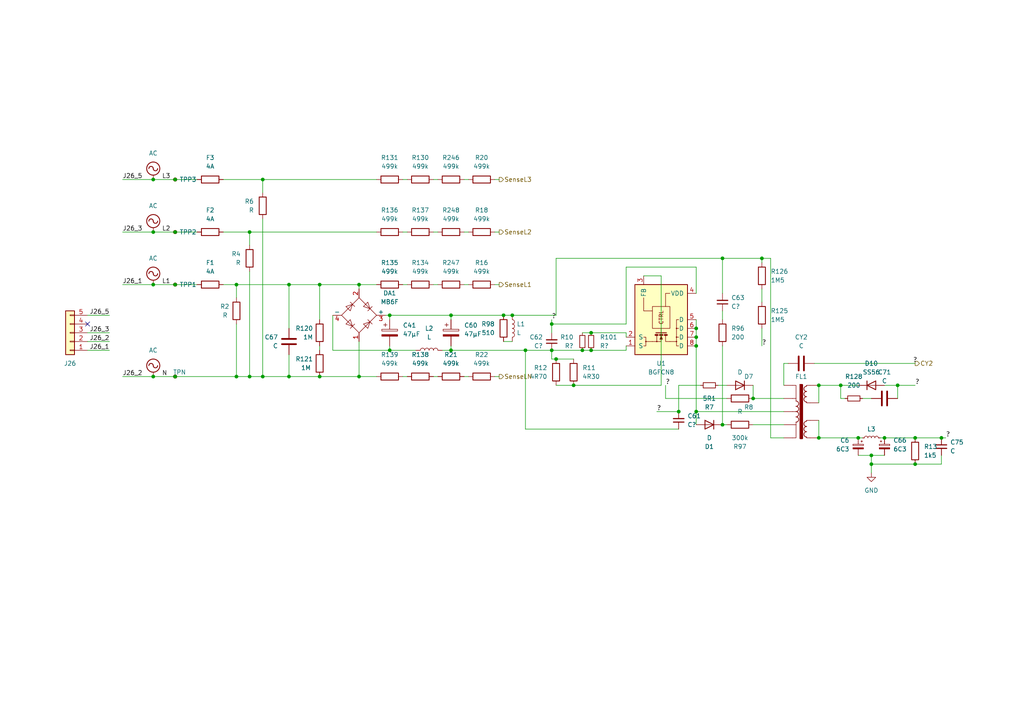
<source format=kicad_sch>
(kicad_sch (version 20231120) (generator "eeschema") (generator_version "8.0")
  (paper "A4")
  (lib_symbols
    (symbol "Connector:TestPoint_Small" (pin_numbers hide) (pin_names (offset 0.762) hide)
      (property "Reference" "TP" (at 0 3.81 0))
      (property "Value" "TestPoint_Small" (at 0 2.032 0))
      (symbol "TestPoint_Small_0_1"
        (circle (center 0 0) (radius 0.508))
      )
      (symbol "TestPoint_Small_1_1"
        (pin passive line (at 0 0 90) (length 0) (name "1") (number "1"))
      )
    )
    (symbol "Connector_Generic:Conn_01x05" (pin_names (offset 1.016) hide)
      (property "Reference" "J" (at 0 7.62 0))
      (property "Value" "Conn_01x05" (at 0 -7.62 0))
      (symbol "Conn_01x05_1_1"
        (rectangle (start -1.27 -4.953) (end 0 -5.207) (stroke (width 0.1524)))
        (rectangle (start -1.27 -2.413) (end 0 -2.667) (stroke (width 0.1524)))
        (rectangle (start -1.27 0.127) (end 0 -0.127) (stroke (width 0.1524)))
        (rectangle (start -1.27 2.667) (end 0 2.413) (stroke (width 0.1524)))
        (rectangle (start -1.27 5.207) (end 0 4.953) (stroke (width 0.1524)))
        (rectangle (start -1.27 6.35) (end 1.27 -6.35) (stroke (width 0.254)) (fill (type background)))
        (pin passive line (at -5.08 5.08 0) (length 3.81) (name "Pin_1") (number "1"))
        (pin passive line (at -5.08 2.54 0) (length 3.81) (name "Pin_2") (number "2"))
        (pin passive line (at -5.08 0 0) (length 3.81) (name "Pin_3") (number "3"))
        (pin passive line (at -5.08 -2.54 0) (length 3.81) (name "Pin_4") (number "4"))
        (pin passive line (at -5.08 -5.08 0) (length 3.81) (name "Pin_5") (number "5"))
      )
    )
    (symbol "Device:C" (pin_numbers hide) (pin_names (offset 0.254))
      (property "Reference" "C" (at 0.635 2.54 0))
      (property "Value" "C" (at 0.635 -2.54 0))
      (symbol "C_0_1"
        (polyline (pts (xy -2.032 -0.762) (xy 2.032 -0.762)) (stroke (width 0.508)))
        (polyline (pts (xy -2.032 0.762) (xy 2.032 0.762)) (stroke (width 0.508)))
      )
      (symbol "C_1_1"
        (pin passive line (at 0 3.81 270) (length 2.794) (name "~") (number "1"))
        (pin passive line (at 0 -3.81 90) (length 2.794) (name "~") (number "2"))
      )
    )
    (symbol "Device:C_Polarized" (pin_numbers hide) (pin_names (offset 0.254))
      (property "Reference" "C" (at 0.635 2.54 0))
      (property "Value" "C_Polarized" (at 0.635 -2.54 0))
      (symbol "C_Polarized_0_1"
        (rectangle (start -2.286 0.508) (end 2.286 1.016))
        (polyline (pts (xy -1.778 2.286) (xy -0.762 2.286)))
        (polyline (pts (xy -1.27 2.794) (xy -1.27 1.778)))
        (rectangle (start 2.286 -0.508) (end -2.286 -1.016) (fill (type outline)))
      )
      (symbol "C_Polarized_1_1"
        (pin passive line (at 0 3.81 270) (length 2.794) (name "~") (number "1"))
        (pin passive line (at 0 -3.81 90) (length 2.794) (name "~") (number "2"))
      )
    )
    (symbol "Device:C_Polarized_Small" (pin_numbers hide) (pin_names (offset 0.254) hide)
      (property "Reference" "C" (at 0.254 1.778 0))
      (property "Value" "C_Polarized_Small" (at 0.254 -2.032 0))
      (symbol "C_Polarized_Small_0_1"
        (rectangle (start -1.524 -0.3048) (end 1.524 -0.6858) (fill (type outline)))
        (rectangle (start -1.524 0.6858) (end 1.524 0.3048))
        (polyline (pts (xy -1.27 1.524) (xy -0.762 1.524)))
        (polyline (pts (xy -1.016 1.27) (xy -1.016 1.778)))
      )
      (symbol "C_Polarized_Small_1_1"
        (pin passive line (at 0 2.54 270) (length 1.8542) (name "~") (number "1"))
        (pin passive line (at 0 -2.54 90) (length 1.8542) (name "~") (number "2"))
      )
    )
    (symbol "Device:C_Small" (pin_numbers hide) (pin_names (offset 0.254) hide)
      (property "Reference" "C" (at 0.254 1.778 0))
      (property "Value" "C_Small" (at 0.254 -2.032 0))
      (symbol "C_Small_0_1"
        (polyline (pts (xy -1.524 -0.508) (xy 1.524 -0.508)) (stroke (width 0.3302)))
        (polyline (pts (xy -1.524 0.508) (xy 1.524 0.508)) (stroke (width 0.3048)))
      )
      (symbol "C_Small_1_1"
        (pin passive line (at 0 2.54 270) (length 2.032) (name "~") (number "1"))
        (pin passive line (at 0 -2.54 90) (length 2.032) (name "~") (number "2"))
      )
    )
    (symbol "Device:D" (pin_numbers hide) (pin_names (offset 1.016) hide)
      (property "Reference" "D" (at 0 2.54 0))
      (property "Value" "D" (at 0 -2.54 0))
      (symbol "D_0_1"
        (polyline (pts (xy -1.27 1.27) (xy -1.27 -1.27)) (stroke (width 0.254)))
        (polyline (pts (xy 1.27 0) (xy -1.27 0)))
        (polyline (pts (xy 1.27 1.27) (xy 1.27 -1.27) (xy -1.27 0) (xy 1.27 1.27)) (stroke (width 0.254)))
      )
      (symbol "D_1_1"
        (pin passive line (at -3.81 0 0) (length 2.54) (name "K") (number "1"))
        (pin passive line (at 3.81 0 180) (length 2.54) (name "A") (number "2"))
      )
    )
    (symbol "Device:L" (pin_numbers hide) (pin_names (offset 1.016) hide)
      (property "Reference" "L" (at -1.27 0 90))
      (property "Value" "L" (at 1.905 0 90))
      (symbol "L_0_1"
        (arc (start 0 -2.54) (mid 0.6323 -1.905) (end 0 -1.27))
        (arc (start 0 -1.27) (mid 0.6323 -0.635) (end 0 0))
        (arc (start 0 0) (mid 0.6323 0.635) (end 0 1.27))
        (arc (start 0 1.27) (mid 0.6323 1.905) (end 0 2.54))
      )
      (symbol "L_1_1"
        (pin passive line (at 0 3.81 270) (length 1.27) (name "1") (number "1"))
        (pin passive line (at 0 -3.81 90) (length 1.27) (name "2") (number "2"))
      )
    )
    (symbol "Device:L_Small" (pin_numbers hide) (pin_names (offset 0.254) hide)
      (property "Reference" "L" (at 0.762 1.016 0))
      (property "Value" "L_Small" (at 0.762 -1.016 0))
      (symbol "L_Small_0_1"
        (arc (start 0 -2.032) (mid 0.5058 -1.524) (end 0 -1.016))
        (arc (start 0 -1.016) (mid 0.5058 -0.508) (end 0 0))
        (arc (start 0 0) (mid 0.5058 0.508) (end 0 1.016))
        (arc (start 0 1.016) (mid 0.5058 1.524) (end 0 2.032))
      )
      (symbol "L_Small_1_1"
        (pin passive line (at 0 2.54 270) (length 0.508) (name "~") (number "1"))
        (pin passive line (at 0 -2.54 90) (length 0.508) (name "~") (number "2"))
      )
    )
    (symbol "Device:R" (pin_numbers hide) (pin_names (offset 0))
      (property "Reference" "R" (at 2.032 0 90))
      (property "Value" "R" (at 0 0 90))
      (symbol "R_0_1"
        (rectangle (start -1.016 -2.54) (end 1.016 2.54) (stroke (width 0.254)))
      )
      (symbol "R_1_1"
        (pin passive line (at 0 3.81 270) (length 1.27) (name "~") (number "1"))
        (pin passive line (at 0 -3.81 90) (length 1.27) (name "~") (number "2"))
      )
    )
    (symbol "Device:R_Small" (pin_numbers hide) (pin_names (offset 0.254) hide)
      (property "Reference" "R" (at 0.762 0.508 0))
      (property "Value" "R_Small" (at 0.762 -1.016 0))
      (symbol "R_Small_0_1"
        (rectangle (start -0.762 1.778) (end 0.762 -1.778) (stroke (width 0.2032)))
      )
      (symbol "R_Small_1_1"
        (pin passive line (at 0 2.54 270) (length 0.762) (name "~") (number "1"))
        (pin passive line (at 0 -2.54 90) (length 0.762) (name "~") (number "2"))
      )
    )
    (symbol "Diode_Bridge:MB6S" (pin_names (offset 0))
      (property "Reference" "D" (at 2.54 6.985 0))
      (property "Value" "MB6S" (at 2.54 5.08 0))
      (symbol "MB6S_0_1"
        (polyline (pts (xy -2.54 3.81) (xy -1.27 2.54)))
        (polyline (pts (xy -1.27 -2.54) (xy -2.54 -3.81)))
        (polyline (pts (xy 2.54 -1.27) (xy 3.81 -2.54)))
        (polyline (pts (xy 2.54 1.27) (xy 3.81 2.54)))
        (polyline (pts (xy -3.81 2.54) (xy -2.54 1.27) (xy -1.905 3.175) (xy -3.81 2.54)))
        (polyline (pts (xy -2.54 -1.27) (xy -3.81 -2.54) (xy -1.905 -3.175) (xy -2.54 -1.27)))
        (polyline (pts (xy 1.27 2.54) (xy 2.54 3.81) (xy 3.175 1.905) (xy 1.27 2.54)))
        (polyline (pts (xy 3.175 -1.905) (xy 1.27 -2.54) (xy 2.54 -3.81) (xy 3.175 -1.905)))
        (polyline (pts (xy -5.08 0) (xy 0 -5.08) (xy 5.08 0) (xy 0 5.08) (xy -5.08 0)))
      )
      (symbol "MB6S_1_1"
        (pin passive line (at 0 -7.62 90) (length 2.54) (name "~") (number "1"))
        (pin passive line (at 0 7.62 270) (length 2.54) (name "~") (number "2"))
        (pin passive line (at 7.62 0 180) (length 2.54) (name "+") (number "3"))
        (pin passive line (at -7.62 0 0) (length 2.54) (name "-") (number "4"))
      )
    )
    (symbol "Regulator_Switching:VIPer22AS" (pin_names (offset 1.016))
      (property "Reference" "U" (at 11.43 6.35 0))
      (property "Value" "VIPer22AS" (at 11.43 3.81 0))
      (symbol "VIPer22AS_0_0"
        (rectangle (start -10.16 7.62) (end 10.16 -7.62) (stroke (width 0.254)) (fill (type background)))
        (polyline (pts (xy 2.54 5.08) (xy 2.54 4.445)))
        (polyline (pts (xy 5.08 5.08) (xy 5.08 4.445)))
        (polyline (pts (xy 6.35 -2.54) (xy 6.35 -4.445)))
        (polyline (pts (xy 6.35 2.54) (xy 6.35 4.445)))
        (polyline (pts (xy 0 5.08) (xy 0 4.445) (xy 7.62 4.445) (xy 7.62 5.08)))
        (polyline (pts (xy 5.08 -5.08) (xy 5.08 -4.445) (xy 7.62 -4.445) (xy 7.62 -5.08)))
        (circle (center 2.54 4.445) (radius 0.127))
        (circle (center 5.08 4.445) (radius 0.127))
        (circle (center 6.35 -4.445) (radius 0.127))
        (circle (center 6.35 -1.27) (radius 0.127))
        (circle (center 6.35 4.445) (radius 0.127))
        (text "CTRL" (at -0.635 0 0) (effects (font (size 1.1176 1.1176))))
      )
      (symbol "VIPer22AS_0_1"
        (rectangle (start -3.81 2.54) (end 2.54 -2.54))
        (polyline (pts (xy 3.81 0) (xy 2.54 0)))
        (polyline (pts (xy 4.445 -1.016) (xy 4.445 -1.651)) (stroke (width 0.508)))
        (polyline (pts (xy 4.445 0.381) (xy 4.445 -0.381)) (stroke (width 0.508)))
        (polyline (pts (xy 4.445 1.651) (xy 4.445 1.016)) (stroke (width 0.508)))
        (polyline (pts (xy -7.62 2.54) (xy -7.62 1.27) (xy -3.81 1.27)))
        (polyline (pts (xy -6.35 -5.08) (xy -2.54 -5.08) (xy -2.54 -2.54)))
        (polyline (pts (xy 3.81 1.524) (xy 3.81 -1.524) (xy 3.81 -1.524)) (stroke (width 0.254)))
        (polyline (pts (xy 4.572 -1.27) (xy 6.35 -1.27) (xy 6.35 -2.54) (xy 6.35 -2.54)))
        (polyline (pts (xy 4.572 1.27) (xy 6.35 1.27) (xy 6.35 2.54) (xy 6.35 2.54)))
        (polyline (pts (xy 4.572 0) (xy 5.08 0) (xy 6.35 0) (xy 6.35 -1.27) (xy 6.35 -1.27)))
        (polyline (pts (xy 4.699 0) (xy 5.715 0.381) (xy 5.715 -0.381) (xy 4.699 0) (xy 4.826 0) (xy 4.826 0)) (fill (type outline)))
      )
      (symbol "VIPer22AS_1_1"
        (pin passive line (at 7.62 -10.16 90) (length 2.54) (name "S") (number "1"))
        (pin passive line (at 5.08 -10.16 90) (length 2.54) (name "S") (number "2"))
        (pin input line (at -12.7 -5.08 0) (length 2.54) (name "FB") (number "3"))
        (pin power_in line (at -7.62 10.16 270) (length 2.54) (name "VDD") (number "4"))
        (pin passive line (at 0 10.16 270) (length 2.54) (name "D") (number "5"))
        (pin passive line (at 2.54 10.16 270) (length 2.54) (name "D") (number "6"))
        (pin passive line (at 5.08 10.16 270) (length 2.54) (name "D") (number "7"))
        (pin passive line (at 7.62 10.16 270) (length 2.54) (name "D") (number "8"))
      )
    )
    (symbol "Transformer:TRANSF9" (pin_numbers hide) (pin_names (offset 0))
      (property "Reference" "TR" (at 0 8.89 0))
      (property "Value" "TRANSF9" (at 0 -8.89 0))
      (symbol "TRANSF9_0_1"
        (arc (start -1.524 -3.048) (mid -0.7653 -2.286) (end -1.524 -1.524) (stroke (width 0.2032)))
        (arc (start -1.524 -1.524) (mid -0.7653 -0.762) (end -1.524 0) (stroke (width 0.2032)))
        (arc (start -1.524 0) (mid -0.7653 0.762) (end -1.524 1.524) (stroke (width 0.2032)))
        (arc (start -1.524 1.524) (mid -0.7653 2.286) (end -1.524 3.048) (stroke (width 0.2032)))
        (rectangle (start -0.254 7.747) (end 0.254 -7.747) (stroke (width 0.508)) (fill (type outline)))
        (polyline (pts (xy -1.524 -3.81) (xy -2.54 -3.81) (xy -2.54 -3.81)) (fill (type outline)))
        (polyline (pts (xy -1.524 0) (xy -2.54 0) (xy -2.54 0)) (fill (type outline)))
        (polyline (pts (xy -1.524 3.81) (xy -2.54 3.81) (xy -2.54 3.81)) (fill (type outline)))
        (polyline (pts (xy 1.524 -7.366) (xy 1.524 -7.62) (xy 1.524 -7.62)) (fill (type outline)))
        (polyline (pts (xy 1.524 -2.54) (xy 1.524 -2.794) (xy 1.524 -2.794)) (fill (type outline)))
        (polyline (pts (xy 1.524 -2.54) (xy 2.54 -2.54) (xy 2.54 -2.54)))
        (polyline (pts (xy 1.524 2.54) (xy 1.524 2.794) (xy 1.524 2.794)) (fill (type outline)))
        (polyline (pts (xy 1.524 2.54) (xy 2.54 2.54) (xy 2.54 2.54)))
        (polyline (pts (xy 1.524 7.62) (xy 1.524 7.366) (xy 1.524 7.366)) (fill (type outline)))
        (polyline (pts (xy 1.524 7.62) (xy 2.54 7.62) (xy 2.54 7.62)))
        (polyline (pts (xy 2.54 -7.62) (xy 1.524 -7.62) (xy 1.524 -7.62)))
        (polyline (pts (xy -2.54 -7.62) (xy -1.524 -7.62) (xy -1.524 -3.048) (xy -1.524 -3.048)))
        (polyline (pts (xy -2.54 7.62) (xy -1.524 7.62) (xy -1.524 3.048) (xy -1.524 3.048)))
        (arc (start 1.524 -5.842) (mid 0.7653 -6.604) (end 1.524 -7.366) (stroke (width 0.2032)))
        (arc (start 1.524 -4.318) (mid 0.7653 -5.08) (end 1.524 -5.842) (stroke (width 0.2032)))
        (arc (start 1.524 -2.794) (mid 0.7653 -3.556) (end 1.524 -4.318) (stroke (width 0.2032)))
        (arc (start 1.524 4.318) (mid 0.7653 3.556) (end 1.524 2.794) (stroke (width 0.2032)))
        (arc (start 1.524 5.842) (mid 0.7653 5.08) (end 1.524 4.318) (stroke (width 0.2032)))
        (arc (start 1.524 7.366) (mid 0.7653 6.604) (end 1.524 5.842) (stroke (width 0.2032)))
      )
      (symbol "TRANSF9_1_1"
        (pin passive line (at -5.08 7.62 0) (length 2.54) (name "~") (number "1"))
        (pin passive line (at -5.08 -3.81 0) (length 2.54) (name "~") (number "2"))
        (pin passive line (at -5.08 0 0) (length 2.54) (name "~") (number "2"))
        (pin passive line (at -5.08 3.81 0) (length 2.54) (name "~") (number "2"))
        (pin passive line (at -5.08 -7.62 0) (length 2.54) (name "~") (number "3"))
        (pin passive line (at 5.08 7.62 180) (length 2.54) (name "~") (number "4"))
        (pin passive line (at 5.08 2.54 180) (length 2.54) (name "~") (number "5"))
        (pin passive line (at 5.08 -2.54 180) (length 2.54) (name "~") (number "6"))
        (pin passive line (at 5.08 -7.62 180) (length 2.54) (name "~") (number "7"))
      )
    )
    (symbol "power:AC" (power) (pin_names (offset 0))
      (property "Value" "AC" (at 0 6.35 0))
      (symbol "AC_0_1"
        (polyline (pts (xy 0 0) (xy 0 1.27)))
        (arc (start 0 3.175) (mid -0.635 3.8073) (end -1.27 3.175) (stroke (width 0.254)))
        (arc (start 0 3.175) (mid 0.635 2.5427) (end 1.27 3.175) (stroke (width 0.254)))
        (circle (center 0 3.175) (radius 1.905) (stroke (width 0.254)))
      )
      (symbol "AC_1_1"
        (pin power_in line (at 0 0 90) (length 0) hide (name "AC") (number "1"))
      )
    )
    (symbol "power:GND" (power) (pin_names (offset 0))
      (property "Value" "GND" (at 0 -3.81 0))
      (symbol "GND_0_1"
        (polyline (pts (xy 0 0) (xy 0 -1.27) (xy 1.27 -1.27) (xy 0 -2.54) (xy -1.27 -1.27) (xy 0 -1.27)))
      )
      (symbol "GND_1_1"
        (pin power_in line (at 0 0 270) (length 0) hide (name "GND") (number "1"))
      )
    )
  )
  (junction (at 92.71 109.22))
  (junction (at 44.45 67.31))
  (junction (at 265.43 134.62))
  (junction (at 265.43 127))
  (junction (at 273.05 127))
  (junction (at 104.14 82.55))
  (junction (at 237.49 111.76))
  (junction (at 72.39 109.22))
  (junction (at 201.93 95.25))
  (junction (at 50.8 109.22))
  (junction (at 68.58 109.22))
  (junction (at 160.02 93.98))
  (junction (at 218.44 115.57))
  (junction (at 237.49 127))
  (junction (at 160.02 101.6))
  (junction (at 72.39 67.31))
  (junction (at 146.05 91.44))
  (junction (at 220.98 74.93))
  (junction (at 44.45 82.55))
  (junction (at 44.45 109.22))
  (junction (at 76.2 52.07))
  (junction (at 76.2 109.22))
  (junction (at 209.55 123.19))
  (junction (at 252.73 132.08))
  (junction (at 171.45 101.6))
  (junction (at 152.4 101.6))
  (junction (at 50.8 52.07))
  (junction (at 168.91 101.6))
  (junction (at 104.14 109.22))
  (junction (at 209.55 74.93))
  (junction (at 130.81 91.44))
  (junction (at 256.54 127))
  (junction (at 171.45 96.52))
  (junction (at 161.29 104.14))
  (junction (at 92.71 82.55))
  (junction (at 113.03 91.44))
  (junction (at 130.81 101.6))
  (junction (at 50.8 67.31))
  (junction (at 260.35 111.76))
  (junction (at 148.59 91.44))
  (junction (at 44.45 52.07))
  (junction (at 50.8 82.55))
  (junction (at 201.93 100.33))
  (junction (at 68.58 82.55))
  (junction (at 201.93 97.79))
  (junction (at 83.82 82.55))
  (junction (at 166.37 111.76))
  (junction (at 243.84 111.76))
  (junction (at 113.03 101.6))
  (junction (at 196.85 119.38))
  (junction (at 201.93 119.38))
  (junction (at 83.82 109.22))
  (junction (at 248.92 127))
  (junction (at 252.73 134.62))
  (no_connect (at 25.4 93.98))
  (wire (pts (xy 209.55 90.17) (xy 209.55 92.71)))
  (wire (pts (xy 143.51 82.55) (xy 144.78 82.55)))
  (wire (pts (xy 113.03 101.6) (xy 113.03 100.33)))
  (wire (pts (xy 125.73 109.22) (xy 127 109.22)))
  (wire (pts (xy 83.82 82.55) (xy 92.71 82.55)))
  (wire (pts (xy 260.35 111.76) (xy 260.35 115.57)))
  (wire (pts (xy 113.03 91.44) (xy 130.81 91.44)))
  (wire (pts (xy 265.43 127) (xy 273.05 127)))
  (wire (pts (xy 245.11 115.57) (xy 243.84 115.57)))
  (wire (pts (xy 130.81 91.44) (xy 130.81 92.71)))
  (wire (pts (xy 96.52 101.6) (xy 113.03 101.6)))
  (wire (pts (xy 134.62 52.07) (xy 135.89 52.07)))
  (wire (pts (xy 168.91 96.52) (xy 171.45 96.52)))
  (wire (pts (xy 252.73 132.08) (xy 256.54 132.08)))
  (wire (pts (xy 168.91 101.6) (xy 171.45 101.6)))
  (wire (pts (xy 76.2 109.22) (xy 83.82 109.22)))
  (wire (pts (xy 209.55 74.93) (xy 220.98 74.93)))
  (wire (pts (xy 134.62 109.22) (xy 135.89 109.22)))
  (wire (pts (xy 250.19 115.57) (xy 252.73 115.57)))
  (wire (pts (xy 104.14 82.55) (xy 92.71 82.55)))
  (wire (pts (xy 68.58 109.22) (xy 72.39 109.22)))
  (wire (pts (xy 237.49 127) (xy 248.92 127)))
  (wire (pts (xy 181.61 77.47) (xy 181.61 93.98)))
  (wire (pts (xy 152.4 101.6) (xy 160.02 101.6)))
  (wire (pts (xy 152.4 124.46) (xy 152.4 101.6)))
  (wire (pts (xy 181.61 101.6) (xy 181.61 100.33)))
  (wire (pts (xy 35.56 52.07) (xy 44.45 52.07)))
  (wire (pts (xy 96.52 91.44) (xy 96.52 101.6)))
  (wire (pts (xy 109.22 82.55) (xy 104.14 82.55)))
  (wire (pts (xy 201.93 100.33) (xy 201.93 119.38)))
  (wire (pts (xy 35.56 109.22) (xy 44.45 109.22)))
  (wire (pts (xy 128.27 101.6) (xy 130.81 101.6)))
  (wire (pts (xy 201.93 92.71) (xy 201.93 95.25)))
  (wire (pts (xy 125.73 67.31) (xy 127 67.31)))
  (wire (pts (xy 72.39 67.31) (xy 109.22 67.31)))
  (wire (pts (xy 243.84 111.76) (xy 248.92 111.76)))
  (wire (pts (xy 130.81 100.33) (xy 130.81 101.6)))
  (wire (pts (xy 44.45 52.07) (xy 50.8 52.07)))
  (wire (pts (xy 125.73 52.07) (xy 127 52.07)))
  (wire (pts (xy 130.81 91.44) (xy 146.05 91.44)))
  (wire (pts (xy 148.59 91.44) (xy 161.29 91.44)))
  (wire (pts (xy 252.73 137.16) (xy 252.73 134.62)))
  (wire (pts (xy 76.2 63.5) (xy 76.2 109.22)))
  (wire (pts (xy 201.93 119.38) (xy 227.33 119.38)))
  (wire (pts (xy 143.51 52.07) (xy 144.78 52.07)))
  (wire (pts (xy 228.6 105.41) (xy 227.33 105.41)))
  (wire (pts (xy 220.98 74.93) (xy 223.52 74.93)))
  (wire (pts (xy 92.71 82.55) (xy 92.71 92.71)))
  (wire (pts (xy 116.84 52.07) (xy 118.11 52.07)))
  (wire (pts (xy 68.58 82.55) (xy 68.58 86.36)))
  (wire (pts (xy 237.49 116.84) (xy 237.49 111.76)))
  (wire (pts (xy 186.69 80.01) (xy 191.77 80.01)))
  (wire (pts (xy 113.03 91.44) (xy 113.03 92.71)))
  (wire (pts (xy 146.05 91.44) (xy 148.59 91.44)))
  (wire (pts (xy 50.8 52.07) (xy 57.15 52.07)))
  (wire (pts (xy 171.45 101.6) (xy 181.61 101.6)))
  (wire (pts (xy 273.05 132.08) (xy 273.05 134.62)))
  (wire (pts (xy 83.82 102.87) (xy 83.82 109.22)))
  (wire (pts (xy 152.4 124.46) (xy 196.85 124.46)))
  (wire (pts (xy 134.62 67.31) (xy 135.89 67.31)))
  (wire (pts (xy 160.02 101.6) (xy 160.02 104.14)))
  (wire (pts (xy 248.92 127) (xy 250.19 127)))
  (wire (pts (xy 237.49 121.92) (xy 237.49 127)))
  (wire (pts (xy 92.71 100.33) (xy 92.71 101.6)))
  (wire (pts (xy 220.98 83.82) (xy 220.98 87.63)))
  (wire (pts (xy 209.55 100.33) (xy 209.55 123.19)))
  (wire (pts (xy 25.4 96.52) (xy 31.75 96.52)))
  (wire (pts (xy 83.82 109.22) (xy 92.71 109.22)))
  (wire (pts (xy 181.61 77.47) (xy 201.93 77.47)))
  (wire (pts (xy 72.39 109.22) (xy 76.2 109.22)))
  (wire (pts (xy 209.55 74.93) (xy 161.29 74.93)))
  (wire (pts (xy 130.81 101.6) (xy 152.4 101.6)))
  (wire (pts (xy 68.58 93.98) (xy 68.58 109.22)))
  (wire (pts (xy 236.22 105.41) (xy 265.43 105.41)))
  (wire (pts (xy 160.02 93.98) (xy 181.61 93.98)))
  (wire (pts (xy 256.54 111.76) (xy 260.35 111.76)))
  (wire (pts (xy 248.92 132.08) (xy 252.73 132.08)))
  (wire (pts (xy 209.55 123.19) (xy 210.82 123.19)))
  (wire (pts (xy 252.73 132.08) (xy 252.73 134.62)))
  (wire (pts (xy 160.02 92.71) (xy 160.02 93.98)))
  (wire (pts (xy 166.37 111.76) (xy 191.77 111.76)))
  (wire (pts (xy 50.8 82.55) (xy 57.15 82.55)))
  (wire (pts (xy 64.77 82.55) (xy 68.58 82.55)))
  (wire (pts (xy 116.84 82.55) (xy 118.11 82.55)))
  (wire (pts (xy 160.02 104.14) (xy 161.29 104.14)))
  (wire (pts (xy 201.93 95.25) (xy 201.93 97.79)))
  (wire (pts (xy 171.45 96.52) (xy 181.61 96.52)))
  (wire (pts (xy 76.2 55.88) (xy 76.2 52.07)))
  (wire (pts (xy 72.39 67.31) (xy 72.39 71.12)))
  (wire (pts (xy 181.61 96.52) (xy 181.61 97.79)))
  (wire (pts (xy 252.73 134.62) (xy 265.43 134.62)))
  (wire (pts (xy 161.29 74.93) (xy 161.29 91.44)))
  (wire (pts (xy 220.98 74.93) (xy 220.98 76.2)))
  (wire (pts (xy 193.04 111.76) (xy 193.04 115.57)))
  (wire (pts (xy 210.82 115.57) (xy 193.04 115.57)))
  (wire (pts (xy 113.03 101.6) (xy 120.65 101.6)))
  (wire (pts (xy 220.98 95.25) (xy 220.98 100.33)))
  (wire (pts (xy 25.4 101.6) (xy 31.75 101.6)))
  (wire (pts (xy 255.27 127) (xy 256.54 127)))
  (wire (pts (xy 161.29 111.76) (xy 166.37 111.76)))
  (wire (pts (xy 44.45 67.31) (xy 50.8 67.31)))
  (wire (pts (xy 161.29 104.14) (xy 166.37 104.14)))
  (wire (pts (xy 64.77 52.07) (xy 76.2 52.07)))
  (wire (pts (xy 125.73 82.55) (xy 127 82.55)))
  (wire (pts (xy 243.84 111.76) (xy 243.84 115.57)))
  (wire (pts (xy 116.84 67.31) (xy 118.11 67.31)))
  (wire (pts (xy 227.33 105.41) (xy 227.33 111.76)))
  (wire (pts (xy 273.05 127) (xy 274.32 127)))
  (wire (pts (xy 104.14 99.06) (xy 104.14 109.22)))
  (wire (pts (xy 237.49 111.76) (xy 243.84 111.76)))
  (wire (pts (xy 143.51 67.31) (xy 144.78 67.31)))
  (wire (pts (xy 196.85 111.76) (xy 196.85 119.38)))
  (wire (pts (xy 209.55 85.09) (xy 209.55 74.93)))
  (wire (pts (xy 256.54 127) (xy 265.43 127)))
  (wire (pts (xy 190.5 119.38) (xy 196.85 119.38)))
  (wire (pts (xy 223.52 74.93) (xy 223.52 127)))
  (wire (pts (xy 160.02 101.6) (xy 168.91 101.6)))
  (wire (pts (xy 92.71 109.22) (xy 104.14 109.22)))
  (wire (pts (xy 83.82 82.55) (xy 83.82 95.25)))
  (wire (pts (xy 35.56 82.55) (xy 44.45 82.55)))
  (wire (pts (xy 260.35 111.76) (xy 265.43 111.76)))
  (wire (pts (xy 104.14 82.55) (xy 104.14 83.82)))
  (wire (pts (xy 208.28 111.76) (xy 210.82 111.76)))
  (wire (pts (xy 191.77 111.76) (xy 191.77 80.01)))
  (wire (pts (xy 76.2 52.07) (xy 109.22 52.07)))
  (wire (pts (xy 116.84 109.22) (xy 118.11 109.22)))
  (wire (pts (xy 201.93 119.38) (xy 201.93 123.19)))
  (wire (pts (xy 143.51 109.22) (xy 144.78 109.22)))
  (wire (pts (xy 160.02 96.52) (xy 160.02 93.98)))
  (wire (pts (xy 273.05 134.62) (xy 265.43 134.62)))
  (wire (pts (xy 25.4 99.06) (xy 31.75 99.06)))
  (wire (pts (xy 201.93 77.47) (xy 201.93 85.09)))
  (wire (pts (xy 72.39 78.74) (xy 72.39 109.22)))
  (wire (pts (xy 201.93 97.79) (xy 201.93 100.33)))
  (wire (pts (xy 104.14 109.22) (xy 109.22 109.22)))
  (wire (pts (xy 35.56 67.31) (xy 44.45 67.31)))
  (wire (pts (xy 227.33 127) (xy 223.52 127)))
  (wire (pts (xy 68.58 82.55) (xy 83.82 82.55)))
  (wire (pts (xy 146.05 99.06) (xy 148.59 99.06)))
  (wire (pts (xy 134.62 82.55) (xy 135.89 82.55)))
  (wire (pts (xy 44.45 82.55) (xy 50.8 82.55)))
  (wire (pts (xy 50.8 67.31) (xy 57.15 67.31)))
  (wire (pts (xy 44.45 109.22) (xy 50.8 109.22)))
  (wire (pts (xy 218.44 123.19) (xy 227.33 123.19)))
  (wire (pts (xy 50.8 109.22) (xy 68.58 109.22)))
  (wire (pts (xy 25.4 91.44) (xy 31.75 91.44)))
  (wire (pts (xy 111.76 91.44) (xy 113.03 91.44)))
  (wire (pts (xy 218.44 115.57) (xy 227.33 115.57)))
  (wire (pts (xy 203.2 111.76) (xy 196.85 111.76)))
  (wire (pts (xy 64.77 67.31) (xy 72.39 67.31)))
  (wire (pts (xy 218.44 115.57) (xy 218.44 111.76)))
  (label "?" (at 274.32 127 0))
  (label "?" (at 265.43 111.76 0))
  (label "?" (at 160.02 92.71 0))
  (label "N" (at 46.99 109.22 0))
  (label "?" (at 193.04 111.76 0))
  (label "?" (at 190.5 119.38 0))
  (label "L2" (at 46.99 67.31 0))
  (label "J26_1" (at 31.75 101.6 180))
  (label "J26_2" (at 31.75 99.06 180))
  (label "J26_2" (at 35.56 109.22 0))
  (label "?" (at 264.795 105.41 0))
  (label "L1" (at 46.99 82.55 0))
  (label "?" (at 220.98 100.33 0))
  (label "J26_5" (at 31.75 91.44 180))
  (label "L3" (at 46.99 52.07 0))
  (label "J26_1" (at 35.56 82.55 0))
  (label "J26_5" (at 35.56 52.07 0))
  (label "J26_3" (at 35.56 67.31 0))
  (label "J26_3" (at 31.75 96.52 180))
  (hierarchical_label "SenseL2" (shape output) (at 144.78 67.31 0))
  (hierarchical_label "CY2" (shape output) (at 265.43 105.41 0))
  (hierarchical_label "SenseL1" (shape output) (at 144.78 82.55 0))
  (hierarchical_label "SenseL3" (shape output) (at 144.78 52.07 0))
  (hierarchical_label "SenseLN" (shape output) (at 144.78 109.22 0))
  (symbol (lib_id "Device:L_Small") (at 252.73 127 90) (unit 1)
    (property "Reference" "L3" (at 252.73 124.46 90))
    (property "Value" "L_Small" (effects (hide yes)))
  )
  (symbol (lib_id "Device:C_Small") (at 209.55 87.63 180) (unit 1)
    (property "Reference" "C63" (at 212.09 86.3535 0) (effects (justify right)))
    (property "Value" "C?" (at 212.09 88.8935 0) (effects (justify right)))
  )
  (symbol (lib_id "Device:R") (at 121.92 52.07 90) (unit 1)
    (property "Reference" "R130" (at 121.92 45.72 90))
    (property "Value" "499k" (at 121.92 48.26 90))
  )
  (symbol (lib_id "power:AC") (at 44.45 67.31 0) (unit 1)
    (property "Reference" "#PWR07" (effects (hide yes)))
    (property "Value" "AC" (at 44.45 59.69 0))
  )
  (symbol (lib_id "Device:C_Polarized_Small") (at 248.92 129.54 0) (mirror y) (unit 1)
    (property "Reference" "C6" (at 246.38 127.7238 0) (effects (justify left)))
    (property "Value" "6C3" (at 246.38 130.2638 0) (effects (justify left)))
  )
  (symbol (lib_id "Device:R_Small") (at 205.74 111.76 90) (mirror x) (unit 1)
    (property "Reference" "R7" (at 205.74 118.11 90))
    (property "Value" "5R1" (at 205.74 115.57 90))
  )
  (symbol (lib_id "Device:R_Small") (at 168.91 99.06 0) (mirror x) (unit 1)
    (property "Reference" "R10" (at 166.37 97.7899 0) (effects (justify right)))
    (property "Value" "R?" (at 166.37 100.3299 0) (effects (justify right)))
  )
  (symbol (lib_id "Device:R") (at 209.55 96.52 0) (unit 1)
    (property "Reference" "R96" (at 212.09 95.2499 0) (effects (justify left)))
    (property "Value" "200" (at 212.09 97.7899 0) (effects (justify left)))
  )
  (symbol (lib_id "Device:R") (at 220.98 91.44 180) (unit 1)
    (property "Reference" "R125" (at 223.52 90.1699 0) (effects (justify right)))
    (property "Value" "1M5" (at 223.52 92.7099 0) (effects (justify right)))
  )
  (symbol (lib_id "Device:R") (at 161.29 107.95 0) (mirror x) (unit 1)
    (property "Reference" "R12" (at 158.75 106.6799 0) (effects (justify right)))
    (property "Value" "4R70" (at 158.75 109.2199 0) (effects (justify right)))
  )
  (symbol (lib_id "Device:C_Polarized") (at 113.03 96.52 0) (unit 1)
    (property "Reference" "C41" (at 116.84 94.3609 0) (effects (justify left)))
    (property "Value" "47μF" (at 116.84 96.9009 0) (effects (justify left)))
  )
  (symbol (lib_id "Device:D") (at 205.74 123.19 0) (mirror y) (unit 1)
    (property "Reference" "D1" (at 205.74 129.54 0))
    (property "Value" "D" (at 205.74 127 0))
  )
  (symbol (lib_id "Device:R") (at 68.58 90.17 0) (mirror x) (unit 1)
    (property "Reference" "R2" (at 66.548 88.9 0) (effects (justify right)))
    (property "Value" "R" (at 66.04 91.44 0) (effects (justify right)))
  )
  (symbol (lib_id "Device:R") (at 139.7 82.55 90) (unit 1)
    (property "Reference" "R16" (at 139.7 76.2 90))
    (property "Value" "499k" (at 139.7 78.74 90))
  )
  (symbol (lib_id "Device:R") (at 113.03 82.55 90) (unit 1)
    (property "Reference" "R135" (at 113.03 76.2 90))
    (property "Value" "499k" (at 113.03 78.74 90))
  )
  (symbol (lib_id "power:AC") (at 44.45 82.55 0) (unit 1)
    (property "Reference" "#PWR08" (effects (hide yes)))
    (property "Value" "AC" (at 44.45 74.93 0))
  )
  (symbol (lib_id "Device:R") (at 121.92 109.22 90) (unit 1)
    (property "Reference" "R138" (at 121.92 102.87 90))
    (property "Value" "499k" (at 121.92 105.41 90))
  )
  (symbol (lib_id "Connector_Generic:Conn_01x05") (at 20.32 96.52 180) (unit 1)
    (property "Reference" "J26" (at 20.32 105.41 0))
    (property "Value" "Conn_01x05" (effects (hide yes)))
    (property "Description" "Generic connector, single row, 01x05, script generated (kicad-library-utils/schlib/autogen/connector/)" (effects (hide yes)))
  )
  (symbol (lib_id "Device:R") (at 92.71 96.52 0) (mirror y) (unit 1)
    (property "Reference" "R120" (at 90.805 95.25 0) (effects (justify left)))
    (property "Value" "1M" (at 90.805 97.79 0) (effects (justify left)))
  )
  (symbol (lib_id "Device:R") (at 76.2 59.69 0) (mirror x) (unit 1)
    (property "Reference" "R6" (at 73.66 58.42 0) (effects (justify right)))
    (property "Value" "R" (at 73.66 60.96 0) (effects (justify right)))
  )
  (symbol (lib_id "power:AC") (at 44.45 109.22 0) (unit 1)
    (property "Reference" "#PWR09" (effects (hide yes)))
    (property "Value" "AC" (at 44.45 101.6 0))
  )
  (symbol (lib_id "Device:C") (at 232.41 105.41 90) (unit 1)
    (property "Reference" "CY2" (at 232.41 97.79 90))
    (property "Value" "C" (at 232.41 100.33 90))
  )
  (symbol (lib_id "Device:R") (at 214.63 123.19 270) (mirror x) (unit 1)
    (property "Reference" "R97" (at 214.63 129.54 90))
    (property "Value" "300k" (at 214.63 127 90))
  )
  (symbol (lib_id "Device:C") (at 83.82 99.06 0) (mirror y) (unit 1)
    (property "Reference" "C67" (at 80.645 97.79 0) (effects (justify left)))
    (property "Value" "C" (at 80.645 100.33 0) (effects (justify left)))
  )
  (symbol (lib_id "Device:L") (at 148.59 95.25 0) (unit 1)
    (property "Reference" "L1" (at 149.86 93.9799 0) (effects (justify left)))
    (property "Value" "L" (at 149.86 96.5199 0) (effects (justify left)))
  )
  (symbol (lib_id "Device:R") (at 220.98 80.01 0) (unit 1)
    (property "Reference" "R126" (at 223.52 78.7399 0) (effects (justify left)))
    (property "Value" "1M5" (at 223.52 81.2799 0) (effects (justify left)))
  )
  (symbol (lib_id "Device:R") (at 60.96 67.31 270) (unit 1)
    (property "Reference" "F2" (at 60.96 60.96 90))
    (property "Value" "4A" (at 60.96 63.5 90))
    (property "Datasheet" "../../docs/ds-cp-rsta-series.pdf" (effects (hide yes)))
    (property "Description" "Time lag, 63 VDC, 250 VAC (UL rated 277 VAC)" (effects (hide yes)))
  )
  (symbol (lib_id "Connector:TestPoint_Small") (at 50.8 109.22 0) (unit 1)
    (property "Reference" "TPN" (at 52.07 107.95 0))
    (property "Value" "TestPoint_Small" (effects (hide yes)))
  )
  (symbol (lib_id "Device:C_Small") (at 273.05 129.54 0) (unit 1)
    (property "Reference" "C75" (at 275.59 128.2762 0) (effects (justify left)))
    (property "Value" "C" (at 275.59 130.8162 0) (effects (justify left)))
  )
  (symbol (lib_id "Device:R") (at 121.92 82.55 90) (unit 1)
    (property "Reference" "R134" (at 121.92 76.2 90))
    (property "Value" "499k" (at 121.92 78.74 90))
  )
  (symbol (lib_id "Connector:TestPoint_Small") (at 50.8 52.07 0) (unit 1)
    (property "Reference" "TPP3" (at 52.07 52.0699 0) (effects (justify left)))
    (property "Value" "TestPoint_Small" (effects (hide yes)))
  )
  (symbol (lib_id "Device:R") (at 130.81 52.07 90) (unit 1)
    (property "Reference" "R246" (at 130.81 45.72 90))
    (property "Value" "499k" (at 130.81 48.26 90))
  )
  (symbol (lib_id "Device:R") (at 92.71 105.41 0) (mirror x) (unit 1)
    (property "Reference" "R121" (at 90.805 104.14 0) (effects (justify right)))
    (property "Value" "1M" (at 90.17 106.68 0) (effects (justify right)))
  )
  (symbol (lib_id "power:GND") (at 252.73 137.16 0) (unit 1)
    (property "Reference" "#PWR010" (effects (hide yes)))
    (property "Value" "GND" (at 252.73 142.24 0))
  )
  (symbol (lib_id "Device:D") (at 252.73 111.76 0) (unit 1)
    (property "Reference" "D10" (at 252.73 105.41 0))
    (property "Value" "SS56" (at 252.73 107.95 0))
  )
  (symbol (lib_id "Device:R") (at 130.81 82.55 90) (unit 1)
    (property "Reference" "R247" (at 130.81 76.2 90))
    (property "Value" "499k" (at 130.81 78.74 90))
  )
  (symbol (lib_id "Device:R") (at 130.81 67.31 90) (unit 1)
    (property "Reference" "R248" (at 130.81 60.96 90))
    (property "Value" "499k" (at 130.81 63.5 90))
  )
  (symbol (lib_id "Device:R") (at 166.37 107.95 0) (unit 1)
    (property "Reference" "R11" (at 168.91 106.6799 0) (effects (justify left)))
    (property "Value" "4R30" (at 168.91 109.2199 0) (effects (justify left)))
  )
  (symbol (lib_id "Device:R") (at 60.96 52.07 270) (unit 1)
    (property "Reference" "F3" (at 60.96 45.72 90))
    (property "Value" "4A" (at 60.96 48.26 90))
    (property "Datasheet" "../../docs/ds-cp-rsta-series.pdf" (effects (hide yes)))
    (property "Description" "Time lag, 63 VDC, 250 VAC (UL rated 277 VAC)" (effects (hide yes)))
  )
  (symbol (lib_id "Connector:TestPoint_Small") (at 50.8 82.55 0) (unit 1)
    (property "Reference" "TPP1" (at 52.07 82.5499 0) (effects (justify left)))
    (property "Value" "TestPoint_Small" (effects (hide yes)))
  )
  (symbol (lib_id "Device:R") (at 113.03 109.22 90) (unit 1)
    (property "Reference" "R139" (at 113.03 102.87 90))
    (property "Value" "499k" (at 113.03 105.41 90))
  )
  (symbol (lib_id "Device:R_Small") (at 171.45 99.06 0) (unit 1)
    (property "Reference" "R101" (at 173.99 97.7899 0) (effects (justify left)))
    (property "Value" "R?" (at 173.99 100.3299 0) (effects (justify left)))
  )
  (symbol (lib_id "Device:C_Small") (at 160.02 99.06 0) (mirror x) (unit 1)
    (property "Reference" "C62" (at 157.48 97.7835 0) (effects (justify right)))
    (property "Value" "C?" (at 157.48 100.3235 0) (effects (justify right)))
  )
  (symbol (lib_id "Device:R") (at 146.05 95.25 0) (mirror x) (unit 1)
    (property "Reference" "R98" (at 143.51 93.9799 0) (effects (justify right)))
    (property "Value" "510" (at 143.51 96.5199 0) (effects (justify right)))
  )
  (symbol (lib_id "Device:L") (at 124.46 101.6 90) (unit 1)
    (property "Reference" "L2" (at 124.46 95.25 90))
    (property "Value" "L" (at 124.46 97.79 90))
  )
  (symbol (lib_id "Device:R") (at 139.7 52.07 90) (unit 1)
    (property "Reference" "R20" (at 139.7 45.72 90))
    (property "Value" "499k" (at 139.7 48.26 90))
  )
  (symbol (lib_id "Device:C") (at 256.54 115.57 90) (unit 1)
    (property "Reference" "C71" (at 256.54 107.95 90))
    (property "Value" "C" (at 256.54 110.49 90))
  )
  (symbol (lib_id "Device:R") (at 214.63 115.57 90) (mirror x) (unit 1)
    (property "Reference" "R8" (at 217.17 118.11 90))
    (property "Value" "R" (at 214.63 119.38 90))
  )
  (symbol (lib_id "Device:R") (at 60.96 82.55 270) (unit 1)
    (property "Reference" "F1" (at 60.96 76.2 90))
    (property "Value" "4A" (at 60.96 78.74 90))
    (property "Datasheet" "../../docs/ds-cp-rsta-series.pdf" (effects (hide yes)))
    (property "Description" "Time lag, 63 VDC, 250 VAC (UL rated 277 VAC)" (effects (hide yes)))
  )
  (symbol (lib_id "Device:C_Polarized") (at 130.81 96.52 0) (unit 1)
    (property "Reference" "C60" (at 134.62 94.3609 0) (effects (justify left)))
    (property "Value" "47μF" (at 134.62 96.9009 0) (effects (justify left)))
  )
  (symbol (lib_id "Device:R") (at 72.39 74.93 0) (mirror x) (unit 1)
    (property "Reference" "R4" (at 69.85 73.66 0) (effects (justify right)))
    (property "Value" "R" (at 69.85 76.2 0) (effects (justify right)))
  )
  (symbol (lib_id "Device:R") (at 139.7 109.22 90) (unit 1)
    (property "Reference" "R22" (at 139.7 102.87 90))
    (property "Value" "499k" (at 139.7 105.41 90))
  )
  (symbol (lib_id "Device:D") (at 214.63 111.76 180) (unit 1)
    (property "Reference" "D7" (at 217.17 109.22 0))
    (property "Value" "D" (at 214.63 107.95 0))
  )
  (symbol (lib_id "Device:C_Small") (at 196.85 121.92 180) (unit 1)
    (property "Reference" "C61" (at 199.39 120.6435 0) (effects (justify right)))
    (property "Value" "C?" (at 199.39 123.1835 0) (effects (justify right)))
  )
  (symbol (lib_id "Device:C_Polarized_Small") (at 256.54 129.54 0) (unit 1)
    (property "Reference" "C66" (at 259.08 127.7238 0) (effects (justify left)))
    (property "Value" "6C3" (at 259.08 130.2638 0) (effects (justify left)))
  )
  (symbol (lib_id "Device:R") (at 265.43 130.81 0) (unit 1)
    (property "Reference" "R13" (at 267.97 129.5399 0) (effects (justify left)))
    (property "Value" "1k5" (at 267.97 132.0799 0) (effects (justify left)))
  )
  (symbol (lib_id "Device:R") (at 113.03 52.07 90) (unit 1)
    (property "Reference" "R131" (at 113.03 45.72 90))
    (property "Value" "499k" (at 113.03 48.26 90))
  )
  (symbol (lib_id "Transformer:TRANSF9") (at 232.41 119.38 0) (unit 1)
    (property "Reference" "FL1" (at 232.41 109.22 0))
    (property "Value" "TRANSF9" (effects (hide yes)))
  )
  (symbol (lib_id "Device:R") (at 139.7 67.31 90) (unit 1)
    (property "Reference" "R18" (at 139.7 60.96 90))
    (property "Value" "499k" (at 139.7 63.5 90))
  )
  (symbol (lib_id "Device:R") (at 121.92 67.31 90) (unit 1)
    (property "Reference" "R137" (at 121.92 60.96 90))
    (property "Value" "499k" (at 121.92 63.5 90))
  )
  (symbol (lib_id "Device:R_Small") (at 247.65 115.57 90) (unit 1)
    (property "Reference" "R128" (at 247.65 109.22 90))
    (property "Value" "200" (at 247.65 111.76 90))
  )
  (symbol (lib_id "Device:R") (at 130.81 109.22 90) (unit 1)
    (property "Reference" "R21" (at 130.81 102.87 90))
    (property "Value" "499k" (at 130.81 105.41 90))
  )
  (symbol (lib_id "Regulator_Switching:VIPer22AS") (at 191.77 92.71 270) (unit 1)
    (property "Reference" "U1" (at 191.77 105.41 90))
    (property "Value" "BGFCN8" (at 191.77 107.95 90))
    (property "Footprint" "Package_SO:SOIC-8_3.9x4.9mm_P1.27mm" (effects (hide yes)))
    (property "Datasheet" "http://www.st.com/web/en/resource/technical/document/datasheet/CD00087939.pdf" (effects (hide yes)))
  )
  (symbol (lib_id "Diode_Bridge:MB6S") (at 104.14 91.44 0) (unit 1)
    (property "Reference" "DA1" (at 113.03 85.0198 0))
    (property "Value" "MB6F" (at 113.03 87.5598 0))
    (property "Footprint" "Package_TO_SOT_SMD:TO-269AA" (effects (hide yes)))
    (property "Datasheet" "http://www.vishay.com/docs/88573/dfs.pdf" (effects (hide yes)))
  )
  (symbol (lib_id "Connector:TestPoint_Small") (at 50.8 67.31 0) (unit 1)
    (property "Reference" "TPP2" (at 52.07 67.3099 0) (effects (justify left)))
    (property "Value" "TestPoint_Small" (effects (hide yes)))
  )
  (symbol (lib_id "power:AC") (at 44.45 52.07 0) (unit 1)
    (property "Reference" "#PWR06" (effects (hide yes)))
    (property "Value" "AC" (at 44.45 44.45 0))
  )
  (symbol (lib_id "Device:R") (at 113.03 67.31 90) (unit 1)
    (property "Reference" "R136" (at 113.03 60.96 90))
    (property "Value" "499k" (at 113.03 63.5 90))
  )
)
</source>
